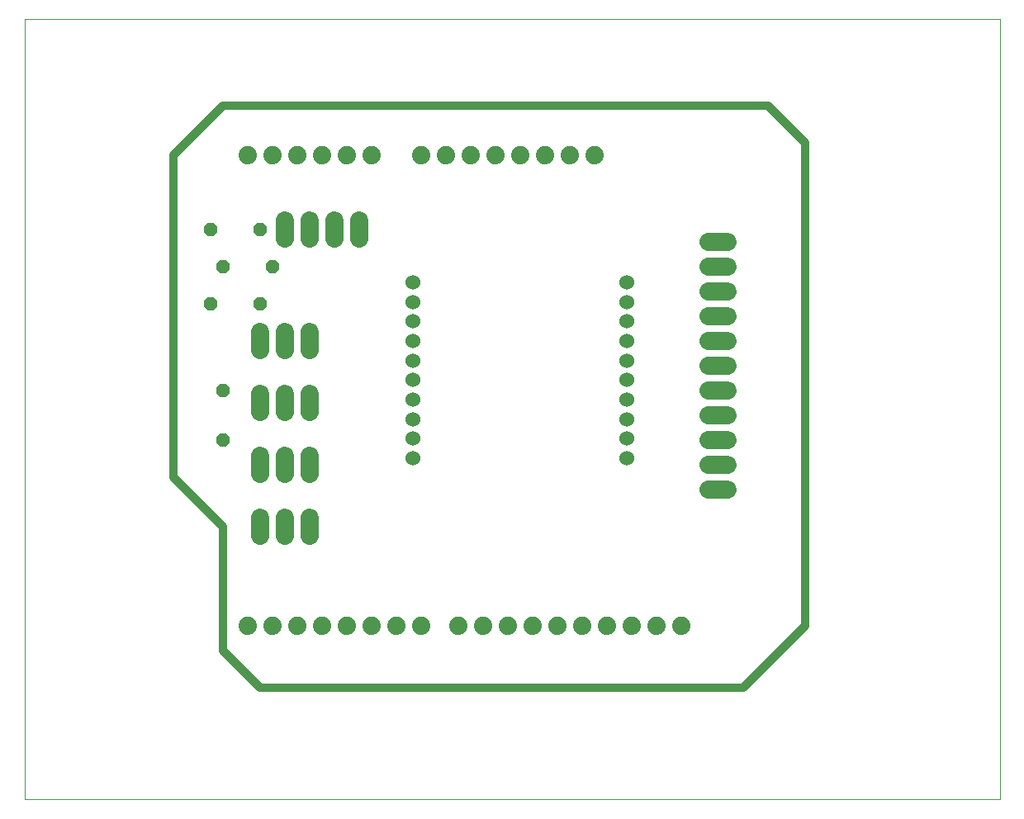
<source format=gtl>
G75*
%MOIN*%
%OFA0B0*%
%FSLAX24Y24*%
%IPPOS*%
%LPD*%
%AMOC8*
5,1,8,0,0,1.08239X$1,22.5*
%
%ADD10C,0.0000*%
%ADD11C,0.0320*%
%ADD12C,0.0740*%
%ADD13C,0.0600*%
%ADD14C,0.0740*%
%ADD15OC8,0.0560*%
D10*
X000100Y000100D02*
X000100Y031596D01*
X039470Y031596D01*
X039470Y000100D01*
X000100Y000100D01*
D11*
X008100Y006100D02*
X009600Y004600D01*
X029100Y004600D01*
X031600Y007100D01*
X031600Y026600D01*
X030100Y028100D01*
X008100Y028100D01*
X006100Y026100D01*
X006100Y013100D01*
X008100Y011100D01*
X008100Y006100D01*
D12*
X009100Y007100D03*
X010100Y007100D03*
X011100Y007100D03*
X012100Y007100D03*
X013100Y007100D03*
X014100Y007100D03*
X015100Y007100D03*
X016100Y007100D03*
X017600Y007100D03*
X018600Y007100D03*
X019600Y007100D03*
X020600Y007100D03*
X021600Y007100D03*
X022600Y007100D03*
X023600Y007100D03*
X024600Y007100D03*
X025600Y007100D03*
X026600Y007100D03*
X023100Y026100D03*
X022100Y026100D03*
X021100Y026100D03*
X020100Y026100D03*
X019100Y026100D03*
X018100Y026100D03*
X017100Y026100D03*
X016100Y026100D03*
X014100Y026100D03*
X013100Y026100D03*
X012100Y026100D03*
X011100Y026100D03*
X010100Y026100D03*
X009100Y026100D03*
D13*
X015769Y020974D03*
X015769Y020187D03*
X015769Y019399D03*
X015769Y018612D03*
X015769Y017824D03*
X015769Y017037D03*
X015769Y016250D03*
X015769Y015462D03*
X015769Y014675D03*
X015769Y013887D03*
X024431Y013887D03*
X024431Y014675D03*
X024431Y015462D03*
X024431Y016250D03*
X024431Y017037D03*
X024431Y017824D03*
X024431Y018612D03*
X024431Y019399D03*
X024431Y020187D03*
X024431Y020974D03*
D14*
X027730Y020600D02*
X028470Y020600D01*
X028470Y019600D02*
X027730Y019600D01*
X027730Y018600D02*
X028470Y018600D01*
X028470Y017600D02*
X027730Y017600D01*
X027730Y016600D02*
X028470Y016600D01*
X028470Y015600D02*
X027730Y015600D01*
X027730Y014600D02*
X028470Y014600D01*
X028470Y013600D02*
X027730Y013600D01*
X027730Y012600D02*
X028470Y012600D01*
X028470Y021600D02*
X027730Y021600D01*
X027730Y022600D02*
X028470Y022600D01*
X013600Y022730D02*
X013600Y023470D01*
X012600Y023470D02*
X012600Y022730D01*
X011600Y022730D02*
X011600Y023470D01*
X010600Y023470D02*
X010600Y022730D01*
X010600Y018970D02*
X010600Y018230D01*
X009600Y018230D02*
X009600Y018970D01*
X011600Y018970D02*
X011600Y018230D01*
X011600Y016470D02*
X011600Y015730D01*
X010600Y015730D02*
X010600Y016470D01*
X009600Y016470D02*
X009600Y015730D01*
X009600Y013970D02*
X009600Y013230D01*
X010600Y013230D02*
X010600Y013970D01*
X011600Y013970D02*
X011600Y013230D01*
X011600Y011470D02*
X011600Y010730D01*
X010600Y010730D02*
X010600Y011470D01*
X009600Y011470D02*
X009600Y010730D01*
D15*
X008100Y014600D03*
X008100Y016600D03*
X007600Y020100D03*
X008100Y021600D03*
X007600Y023100D03*
X009600Y023100D03*
X010100Y021600D03*
X009600Y020100D03*
M02*

</source>
